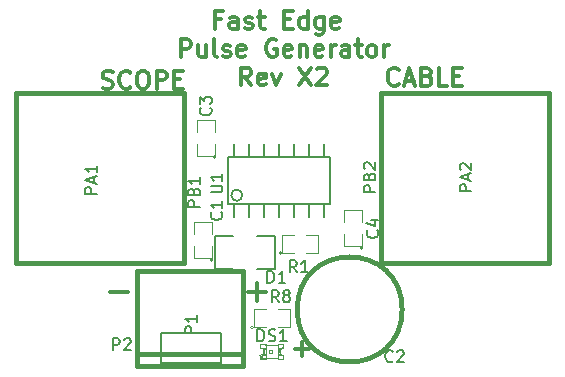
<source format=gto>
G04 (created by PCBNEW (2013-07-07 BZR 4022)-stable) date 11/2/2014 12:28:19 PM*
%MOIN*%
G04 Gerber Fmt 3.4, Leading zero omitted, Abs format*
%FSLAX34Y34*%
G01*
G70*
G90*
G04 APERTURE LIST*
%ADD10C,0.00590551*%
%ADD11C,0.011811*%
%ADD12C,0.0039*%
%ADD13C,0.015*%
%ADD14C,0.005*%
%ADD15C,0.0026*%
%ADD16C,0.004*%
%ADD17C,0.002*%
%ADD18C,0.006*%
%ADD19C,0.012*%
G04 APERTURE END LIST*
G54D10*
G54D11*
X12728Y-2782D02*
X12700Y-2810D01*
X12615Y-2839D01*
X12559Y-2839D01*
X12475Y-2810D01*
X12418Y-2754D01*
X12390Y-2698D01*
X12362Y-2585D01*
X12362Y-2501D01*
X12390Y-2389D01*
X12418Y-2332D01*
X12475Y-2276D01*
X12559Y-2248D01*
X12615Y-2248D01*
X12700Y-2276D01*
X12728Y-2304D01*
X12953Y-2670D02*
X13234Y-2670D01*
X12896Y-2839D02*
X13093Y-2248D01*
X13290Y-2839D01*
X13684Y-2529D02*
X13768Y-2557D01*
X13796Y-2585D01*
X13824Y-2642D01*
X13824Y-2726D01*
X13796Y-2782D01*
X13768Y-2810D01*
X13712Y-2839D01*
X13487Y-2839D01*
X13487Y-2248D01*
X13684Y-2248D01*
X13740Y-2276D01*
X13768Y-2304D01*
X13796Y-2360D01*
X13796Y-2417D01*
X13768Y-2473D01*
X13740Y-2501D01*
X13684Y-2529D01*
X13487Y-2529D01*
X14359Y-2839D02*
X14078Y-2839D01*
X14078Y-2248D01*
X14556Y-2529D02*
X14752Y-2529D01*
X14837Y-2839D02*
X14556Y-2839D01*
X14556Y-2248D01*
X14837Y-2248D01*
X2864Y-2910D02*
X2948Y-2939D01*
X3089Y-2939D01*
X3145Y-2910D01*
X3173Y-2882D01*
X3201Y-2826D01*
X3201Y-2770D01*
X3173Y-2714D01*
X3145Y-2685D01*
X3089Y-2657D01*
X2976Y-2629D01*
X2920Y-2601D01*
X2892Y-2573D01*
X2864Y-2517D01*
X2864Y-2460D01*
X2892Y-2404D01*
X2920Y-2376D01*
X2976Y-2348D01*
X3117Y-2348D01*
X3201Y-2376D01*
X3792Y-2882D02*
X3764Y-2910D01*
X3679Y-2939D01*
X3623Y-2939D01*
X3539Y-2910D01*
X3482Y-2854D01*
X3454Y-2798D01*
X3426Y-2685D01*
X3426Y-2601D01*
X3454Y-2489D01*
X3482Y-2432D01*
X3539Y-2376D01*
X3623Y-2348D01*
X3679Y-2348D01*
X3764Y-2376D01*
X3792Y-2404D01*
X4157Y-2348D02*
X4270Y-2348D01*
X4326Y-2376D01*
X4382Y-2432D01*
X4410Y-2545D01*
X4410Y-2742D01*
X4382Y-2854D01*
X4326Y-2910D01*
X4270Y-2939D01*
X4157Y-2939D01*
X4101Y-2910D01*
X4045Y-2854D01*
X4017Y-2742D01*
X4017Y-2545D01*
X4045Y-2432D01*
X4101Y-2376D01*
X4157Y-2348D01*
X4664Y-2939D02*
X4664Y-2348D01*
X4888Y-2348D01*
X4945Y-2376D01*
X4973Y-2404D01*
X5001Y-2460D01*
X5001Y-2545D01*
X4973Y-2601D01*
X4945Y-2629D01*
X4888Y-2657D01*
X4664Y-2657D01*
X5254Y-2629D02*
X5451Y-2629D01*
X5535Y-2939D02*
X5254Y-2939D01*
X5254Y-2348D01*
X5535Y-2348D01*
X6804Y-629D02*
X6608Y-629D01*
X6608Y-939D02*
X6608Y-348D01*
X6889Y-348D01*
X7367Y-939D02*
X7367Y-629D01*
X7339Y-573D01*
X7283Y-545D01*
X7170Y-545D01*
X7114Y-573D01*
X7367Y-910D02*
X7311Y-939D01*
X7170Y-939D01*
X7114Y-910D01*
X7086Y-854D01*
X7086Y-798D01*
X7114Y-742D01*
X7170Y-714D01*
X7311Y-714D01*
X7367Y-685D01*
X7620Y-910D02*
X7676Y-939D01*
X7789Y-939D01*
X7845Y-910D01*
X7873Y-854D01*
X7873Y-826D01*
X7845Y-770D01*
X7789Y-742D01*
X7704Y-742D01*
X7648Y-714D01*
X7620Y-657D01*
X7620Y-629D01*
X7648Y-573D01*
X7704Y-545D01*
X7789Y-545D01*
X7845Y-573D01*
X8042Y-545D02*
X8267Y-545D01*
X8126Y-348D02*
X8126Y-854D01*
X8154Y-910D01*
X8211Y-939D01*
X8267Y-939D01*
X8914Y-629D02*
X9110Y-629D01*
X9195Y-939D02*
X8914Y-939D01*
X8914Y-348D01*
X9195Y-348D01*
X9701Y-939D02*
X9701Y-348D01*
X9701Y-910D02*
X9645Y-939D01*
X9532Y-939D01*
X9476Y-910D01*
X9448Y-882D01*
X9420Y-826D01*
X9420Y-657D01*
X9448Y-601D01*
X9476Y-573D01*
X9532Y-545D01*
X9645Y-545D01*
X9701Y-573D01*
X10235Y-545D02*
X10235Y-1023D01*
X10207Y-1079D01*
X10179Y-1107D01*
X10123Y-1135D01*
X10038Y-1135D01*
X9982Y-1107D01*
X10235Y-910D02*
X10179Y-939D01*
X10067Y-939D01*
X10010Y-910D01*
X9982Y-882D01*
X9954Y-826D01*
X9954Y-657D01*
X9982Y-601D01*
X10010Y-573D01*
X10067Y-545D01*
X10179Y-545D01*
X10235Y-573D01*
X10741Y-910D02*
X10685Y-939D01*
X10573Y-939D01*
X10516Y-910D01*
X10488Y-854D01*
X10488Y-629D01*
X10516Y-573D01*
X10573Y-545D01*
X10685Y-545D01*
X10741Y-573D01*
X10770Y-629D01*
X10770Y-685D01*
X10488Y-742D01*
X5469Y-1883D02*
X5469Y-1293D01*
X5694Y-1293D01*
X5750Y-1321D01*
X5778Y-1349D01*
X5806Y-1405D01*
X5806Y-1490D01*
X5778Y-1546D01*
X5750Y-1574D01*
X5694Y-1602D01*
X5469Y-1602D01*
X6312Y-1490D02*
X6312Y-1883D01*
X6059Y-1490D02*
X6059Y-1799D01*
X6087Y-1855D01*
X6144Y-1883D01*
X6228Y-1883D01*
X6284Y-1855D01*
X6312Y-1827D01*
X6678Y-1883D02*
X6622Y-1855D01*
X6594Y-1799D01*
X6594Y-1293D01*
X6875Y-1855D02*
X6931Y-1883D01*
X7043Y-1883D01*
X7100Y-1855D01*
X7128Y-1799D01*
X7128Y-1771D01*
X7100Y-1715D01*
X7043Y-1687D01*
X6959Y-1687D01*
X6903Y-1658D01*
X6875Y-1602D01*
X6875Y-1574D01*
X6903Y-1518D01*
X6959Y-1490D01*
X7043Y-1490D01*
X7100Y-1518D01*
X7606Y-1855D02*
X7550Y-1883D01*
X7437Y-1883D01*
X7381Y-1855D01*
X7353Y-1799D01*
X7353Y-1574D01*
X7381Y-1518D01*
X7437Y-1490D01*
X7550Y-1490D01*
X7606Y-1518D01*
X7634Y-1574D01*
X7634Y-1630D01*
X7353Y-1687D01*
X8646Y-1321D02*
X8590Y-1293D01*
X8506Y-1293D01*
X8421Y-1321D01*
X8365Y-1377D01*
X8337Y-1433D01*
X8309Y-1546D01*
X8309Y-1630D01*
X8337Y-1743D01*
X8365Y-1799D01*
X8421Y-1855D01*
X8506Y-1883D01*
X8562Y-1883D01*
X8646Y-1855D01*
X8675Y-1827D01*
X8675Y-1630D01*
X8562Y-1630D01*
X9153Y-1855D02*
X9096Y-1883D01*
X8984Y-1883D01*
X8928Y-1855D01*
X8900Y-1799D01*
X8900Y-1574D01*
X8928Y-1518D01*
X8984Y-1490D01*
X9096Y-1490D01*
X9153Y-1518D01*
X9181Y-1574D01*
X9181Y-1630D01*
X8900Y-1687D01*
X9434Y-1490D02*
X9434Y-1883D01*
X9434Y-1546D02*
X9462Y-1518D01*
X9518Y-1490D01*
X9603Y-1490D01*
X9659Y-1518D01*
X9687Y-1574D01*
X9687Y-1883D01*
X10193Y-1855D02*
X10137Y-1883D01*
X10024Y-1883D01*
X9968Y-1855D01*
X9940Y-1799D01*
X9940Y-1574D01*
X9968Y-1518D01*
X10024Y-1490D01*
X10137Y-1490D01*
X10193Y-1518D01*
X10221Y-1574D01*
X10221Y-1630D01*
X9940Y-1687D01*
X10474Y-1883D02*
X10474Y-1490D01*
X10474Y-1602D02*
X10502Y-1546D01*
X10531Y-1518D01*
X10587Y-1490D01*
X10643Y-1490D01*
X11093Y-1883D02*
X11093Y-1574D01*
X11065Y-1518D01*
X11009Y-1490D01*
X10896Y-1490D01*
X10840Y-1518D01*
X11093Y-1855D02*
X11037Y-1883D01*
X10896Y-1883D01*
X10840Y-1855D01*
X10812Y-1799D01*
X10812Y-1743D01*
X10840Y-1687D01*
X10896Y-1658D01*
X11037Y-1658D01*
X11093Y-1630D01*
X11290Y-1490D02*
X11515Y-1490D01*
X11374Y-1293D02*
X11374Y-1799D01*
X11402Y-1855D01*
X11459Y-1883D01*
X11515Y-1883D01*
X11796Y-1883D02*
X11740Y-1855D01*
X11712Y-1827D01*
X11684Y-1771D01*
X11684Y-1602D01*
X11712Y-1546D01*
X11740Y-1518D01*
X11796Y-1490D01*
X11880Y-1490D01*
X11937Y-1518D01*
X11965Y-1546D01*
X11993Y-1602D01*
X11993Y-1771D01*
X11965Y-1827D01*
X11937Y-1855D01*
X11880Y-1883D01*
X11796Y-1883D01*
X12246Y-1883D02*
X12246Y-1490D01*
X12246Y-1602D02*
X12274Y-1546D01*
X12302Y-1518D01*
X12358Y-1490D01*
X12415Y-1490D01*
X7817Y-2828D02*
X7620Y-2547D01*
X7479Y-2828D02*
X7479Y-2238D01*
X7704Y-2238D01*
X7761Y-2266D01*
X7789Y-2294D01*
X7817Y-2350D01*
X7817Y-2435D01*
X7789Y-2491D01*
X7761Y-2519D01*
X7704Y-2547D01*
X7479Y-2547D01*
X8295Y-2800D02*
X8239Y-2828D01*
X8126Y-2828D01*
X8070Y-2800D01*
X8042Y-2744D01*
X8042Y-2519D01*
X8070Y-2463D01*
X8126Y-2435D01*
X8239Y-2435D01*
X8295Y-2463D01*
X8323Y-2519D01*
X8323Y-2575D01*
X8042Y-2631D01*
X8520Y-2435D02*
X8660Y-2828D01*
X8801Y-2435D01*
X9420Y-2238D02*
X9813Y-2828D01*
X9813Y-2238D02*
X9420Y-2828D01*
X10010Y-2294D02*
X10038Y-2266D01*
X10095Y-2238D01*
X10235Y-2238D01*
X10292Y-2266D01*
X10320Y-2294D01*
X10348Y-2350D01*
X10348Y-2406D01*
X10320Y-2491D01*
X9982Y-2828D01*
X10348Y-2828D01*
X3095Y-9719D02*
X3704Y-9719D01*
X7695Y-9719D02*
X8304Y-9719D01*
X8000Y-10023D02*
X8000Y-9414D01*
G54D12*
X8848Y-8422D02*
G75*
G03X8848Y-8422I-50J0D01*
G74*
G01*
X9248Y-8422D02*
X8848Y-8422D01*
X8848Y-8422D02*
X8848Y-7822D01*
X8848Y-7822D02*
X9248Y-7822D01*
X9648Y-7822D02*
X10048Y-7822D01*
X10048Y-7822D02*
X10048Y-8422D01*
X10048Y-8422D02*
X9648Y-8422D01*
X6550Y-8650D02*
G75*
G03X6550Y-8650I-50J0D01*
G74*
G01*
X6500Y-8200D02*
X6500Y-8600D01*
X6500Y-8600D02*
X5900Y-8600D01*
X5900Y-8600D02*
X5900Y-8200D01*
X5900Y-7800D02*
X5900Y-7400D01*
X5900Y-7400D02*
X6500Y-7400D01*
X6500Y-7400D02*
X6500Y-7800D01*
X6649Y-5228D02*
G75*
G03X6649Y-5228I-50J0D01*
G74*
G01*
X6599Y-4778D02*
X6599Y-5178D01*
X6599Y-5178D02*
X5999Y-5178D01*
X5999Y-5178D02*
X5999Y-4778D01*
X5999Y-4378D02*
X5999Y-3978D01*
X5999Y-3978D02*
X6599Y-3978D01*
X6599Y-3978D02*
X6599Y-4378D01*
G54D13*
X12850Y-10300D02*
G75*
G03X12850Y-10300I-1750J0D01*
G74*
G01*
X7559Y-12177D02*
X7559Y-9027D01*
X4015Y-12177D02*
X4015Y-9027D01*
X7559Y-9027D02*
X4015Y-9027D01*
X7559Y-11783D02*
X4015Y-11783D01*
X7559Y-12177D02*
X4015Y-12177D01*
G54D14*
X7050Y-5220D02*
X7050Y-6780D01*
X7050Y-6780D02*
X10450Y-6780D01*
X10450Y-6780D02*
X10450Y-5220D01*
X10450Y-5220D02*
X7050Y-5220D01*
X7750Y-5220D02*
X7750Y-4790D01*
X8250Y-5220D02*
X8250Y-4790D01*
X8750Y-5220D02*
X8750Y-4790D01*
X7250Y-5220D02*
X7250Y-4790D01*
X9250Y-4790D02*
X9250Y-5220D01*
X9750Y-4790D02*
X9750Y-5220D01*
X10250Y-4790D02*
X10250Y-5220D01*
X10250Y-6780D02*
X10250Y-7210D01*
X9750Y-6780D02*
X9750Y-7210D01*
X7250Y-6780D02*
X7250Y-7210D01*
X7750Y-7210D02*
X7750Y-6780D01*
X9250Y-7210D02*
X9250Y-6780D01*
X8750Y-7210D02*
X8750Y-6780D01*
X8250Y-7210D02*
X8250Y-6780D01*
X7526Y-6490D02*
G75*
G03X7526Y-6490I-186J0D01*
G74*
G01*
G54D13*
X5558Y-8747D02*
X-32Y-8747D01*
X-30Y-8749D02*
X-30Y-3080D01*
X-32Y-3078D02*
X5558Y-3078D01*
X5565Y-8747D02*
X5565Y-3078D01*
X12158Y-3087D02*
X17749Y-3087D01*
X17747Y-3085D02*
X17747Y-8754D01*
X17749Y-8756D02*
X12158Y-8756D01*
X12151Y-3087D02*
X12151Y-8756D01*
G54D12*
X11550Y-8250D02*
G75*
G03X11550Y-8250I-50J0D01*
G74*
G01*
X11500Y-7800D02*
X11500Y-8200D01*
X11500Y-8200D02*
X10900Y-8200D01*
X10900Y-8200D02*
X10900Y-7800D01*
X10900Y-7400D02*
X10900Y-7000D01*
X10900Y-7000D02*
X11500Y-7000D01*
X11500Y-7000D02*
X11500Y-7400D01*
G54D14*
X6720Y-9000D02*
G75*
G03X6720Y-9000I-70J0D01*
G74*
G01*
X7200Y-7850D02*
X6600Y-7850D01*
X6600Y-7850D02*
X6600Y-8950D01*
X6600Y-8950D02*
X7200Y-8950D01*
X8000Y-8950D02*
X8600Y-8950D01*
X8600Y-8950D02*
X8600Y-7850D01*
X8600Y-7850D02*
X8000Y-7850D01*
G54D12*
X7900Y-10900D02*
G75*
G03X7900Y-10900I-50J0D01*
G74*
G01*
X8300Y-10900D02*
X7900Y-10900D01*
X7900Y-10900D02*
X7900Y-10300D01*
X7900Y-10300D02*
X8300Y-10300D01*
X8700Y-10300D02*
X9100Y-10300D01*
X9100Y-10300D02*
X9100Y-10900D01*
X9100Y-10900D02*
X8700Y-10900D01*
G54D15*
X8304Y-11582D02*
X8304Y-11454D01*
X8304Y-11454D02*
X8107Y-11454D01*
X8107Y-11582D02*
X8107Y-11454D01*
X8304Y-11582D02*
X8107Y-11582D01*
X8304Y-11827D02*
X8304Y-11768D01*
X8304Y-11768D02*
X8205Y-11768D01*
X8205Y-11827D02*
X8205Y-11768D01*
X8304Y-11827D02*
X8205Y-11827D01*
X8304Y-11632D02*
X8304Y-11573D01*
X8304Y-11573D02*
X8205Y-11573D01*
X8205Y-11632D02*
X8205Y-11573D01*
X8304Y-11632D02*
X8205Y-11632D01*
X8304Y-11778D02*
X8304Y-11622D01*
X8304Y-11622D02*
X8235Y-11622D01*
X8235Y-11778D02*
X8235Y-11622D01*
X8304Y-11778D02*
X8235Y-11778D01*
X8893Y-11582D02*
X8893Y-11454D01*
X8893Y-11454D02*
X8696Y-11454D01*
X8696Y-11582D02*
X8696Y-11454D01*
X8893Y-11582D02*
X8696Y-11582D01*
X8893Y-11946D02*
X8893Y-11818D01*
X8893Y-11818D02*
X8696Y-11818D01*
X8696Y-11946D02*
X8696Y-11818D01*
X8893Y-11946D02*
X8696Y-11946D01*
X8795Y-11632D02*
X8795Y-11573D01*
X8795Y-11573D02*
X8696Y-11573D01*
X8696Y-11632D02*
X8696Y-11573D01*
X8795Y-11632D02*
X8696Y-11632D01*
X8795Y-11827D02*
X8795Y-11768D01*
X8795Y-11768D02*
X8696Y-11768D01*
X8696Y-11827D02*
X8696Y-11768D01*
X8795Y-11827D02*
X8696Y-11827D01*
X8765Y-11778D02*
X8765Y-11622D01*
X8765Y-11622D02*
X8696Y-11622D01*
X8696Y-11778D02*
X8696Y-11622D01*
X8765Y-11778D02*
X8696Y-11778D01*
X8500Y-11739D02*
X8500Y-11661D01*
X8500Y-11661D02*
X8422Y-11661D01*
X8422Y-11739D02*
X8422Y-11661D01*
X8500Y-11739D02*
X8422Y-11739D01*
X8304Y-11936D02*
X8304Y-11818D01*
X8304Y-11818D02*
X8186Y-11818D01*
X8186Y-11936D02*
X8186Y-11818D01*
X8304Y-11936D02*
X8186Y-11936D01*
X8136Y-11946D02*
X8136Y-11857D01*
X8136Y-11857D02*
X8107Y-11857D01*
X8107Y-11946D02*
X8107Y-11857D01*
X8136Y-11946D02*
X8107Y-11946D01*
G54D16*
X8294Y-11474D02*
X8706Y-11474D01*
X8696Y-11926D02*
X8136Y-11926D01*
G54D17*
X8194Y-11877D02*
G75*
G03X8194Y-11877I-28J0D01*
G74*
G01*
G54D16*
X8107Y-11837D02*
G75*
G03X8107Y-11563I0J137D01*
G74*
G01*
X8893Y-11563D02*
G75*
G03X8893Y-11837I0J-137D01*
G74*
G01*
G54D18*
X6800Y-11100D02*
X6800Y-12100D01*
X6800Y-12100D02*
X4800Y-12100D01*
X4800Y-12100D02*
X4800Y-11100D01*
X4800Y-11100D02*
X6800Y-11100D01*
G54D10*
X9334Y-9059D02*
X9203Y-8871D01*
X9109Y-9059D02*
X9109Y-8665D01*
X9259Y-8665D01*
X9296Y-8684D01*
X9315Y-8703D01*
X9334Y-8740D01*
X9334Y-8796D01*
X9315Y-8834D01*
X9296Y-8853D01*
X9259Y-8871D01*
X9109Y-8871D01*
X9709Y-9059D02*
X9484Y-9059D01*
X9596Y-9059D02*
X9596Y-8665D01*
X9559Y-8721D01*
X9521Y-8759D01*
X9484Y-8778D01*
X6821Y-7065D02*
X6840Y-7084D01*
X6859Y-7140D01*
X6859Y-7178D01*
X6840Y-7234D01*
X6803Y-7271D01*
X6765Y-7290D01*
X6690Y-7309D01*
X6634Y-7309D01*
X6559Y-7290D01*
X6521Y-7271D01*
X6484Y-7234D01*
X6465Y-7178D01*
X6465Y-7140D01*
X6484Y-7084D01*
X6503Y-7065D01*
X6859Y-6690D02*
X6859Y-6915D01*
X6859Y-6803D02*
X6465Y-6803D01*
X6521Y-6840D01*
X6559Y-6878D01*
X6578Y-6915D01*
X6459Y-3581D02*
X6478Y-3600D01*
X6497Y-3656D01*
X6497Y-3693D01*
X6478Y-3750D01*
X6440Y-3787D01*
X6403Y-3806D01*
X6328Y-3825D01*
X6272Y-3825D01*
X6197Y-3806D01*
X6159Y-3787D01*
X6122Y-3750D01*
X6103Y-3693D01*
X6103Y-3656D01*
X6122Y-3600D01*
X6140Y-3581D01*
X6103Y-3450D02*
X6103Y-3206D01*
X6253Y-3337D01*
X6253Y-3281D01*
X6272Y-3243D01*
X6290Y-3225D01*
X6328Y-3206D01*
X6422Y-3206D01*
X6459Y-3225D01*
X6478Y-3243D01*
X6497Y-3281D01*
X6497Y-3393D01*
X6478Y-3431D01*
X6459Y-3450D01*
X12534Y-12021D02*
X12515Y-12040D01*
X12459Y-12059D01*
X12421Y-12059D01*
X12365Y-12040D01*
X12328Y-12003D01*
X12309Y-11965D01*
X12290Y-11890D01*
X12290Y-11834D01*
X12309Y-11759D01*
X12328Y-11721D01*
X12365Y-11684D01*
X12421Y-11665D01*
X12459Y-11665D01*
X12515Y-11684D01*
X12534Y-11703D01*
X12684Y-11703D02*
X12703Y-11684D01*
X12740Y-11665D01*
X12834Y-11665D01*
X12871Y-11684D01*
X12890Y-11703D01*
X12909Y-11740D01*
X12909Y-11778D01*
X12890Y-11834D01*
X12665Y-12059D01*
X12909Y-12059D01*
G54D19*
X9271Y-11614D02*
X9728Y-11614D01*
X9500Y-11842D02*
X9500Y-11385D01*
G54D10*
X3209Y-11659D02*
X3209Y-11265D01*
X3359Y-11265D01*
X3396Y-11284D01*
X3415Y-11303D01*
X3434Y-11340D01*
X3434Y-11396D01*
X3415Y-11434D01*
X3396Y-11453D01*
X3359Y-11471D01*
X3209Y-11471D01*
X3584Y-11303D02*
X3603Y-11284D01*
X3640Y-11265D01*
X3734Y-11265D01*
X3771Y-11284D01*
X3790Y-11303D01*
X3809Y-11340D01*
X3809Y-11378D01*
X3790Y-11434D01*
X3565Y-11659D01*
X3809Y-11659D01*
X6465Y-6399D02*
X6784Y-6399D01*
X6821Y-6381D01*
X6840Y-6362D01*
X6859Y-6324D01*
X6859Y-6249D01*
X6840Y-6212D01*
X6821Y-6193D01*
X6784Y-6174D01*
X6465Y-6174D01*
X6859Y-5781D02*
X6859Y-6006D01*
X6859Y-5893D02*
X6465Y-5893D01*
X6521Y-5931D01*
X6559Y-5968D01*
X6578Y-6006D01*
X2678Y-6441D02*
X2284Y-6441D01*
X2284Y-6292D01*
X2303Y-6254D01*
X2322Y-6235D01*
X2359Y-6217D01*
X2415Y-6217D01*
X2453Y-6235D01*
X2472Y-6254D01*
X2490Y-6292D01*
X2490Y-6441D01*
X2565Y-6067D02*
X2565Y-5879D01*
X2678Y-6104D02*
X2284Y-5973D01*
X2678Y-5842D01*
X2678Y-5504D02*
X2678Y-5729D01*
X2678Y-5617D02*
X2284Y-5617D01*
X2340Y-5654D01*
X2378Y-5692D01*
X2397Y-5729D01*
X6109Y-6887D02*
X5715Y-6887D01*
X5715Y-6737D01*
X5734Y-6699D01*
X5753Y-6681D01*
X5790Y-6662D01*
X5846Y-6662D01*
X5884Y-6681D01*
X5903Y-6699D01*
X5921Y-6737D01*
X5921Y-6887D01*
X5903Y-6362D02*
X5921Y-6306D01*
X5940Y-6287D01*
X5978Y-6268D01*
X6034Y-6268D01*
X6071Y-6287D01*
X6090Y-6306D01*
X6109Y-6343D01*
X6109Y-6493D01*
X5715Y-6493D01*
X5715Y-6362D01*
X5734Y-6325D01*
X5753Y-6306D01*
X5790Y-6287D01*
X5828Y-6287D01*
X5865Y-6306D01*
X5884Y-6325D01*
X5903Y-6362D01*
X5903Y-6493D01*
X6109Y-5893D02*
X6109Y-6118D01*
X6109Y-6006D02*
X5715Y-6006D01*
X5771Y-6043D01*
X5809Y-6081D01*
X5828Y-6118D01*
X15159Y-6359D02*
X14765Y-6359D01*
X14765Y-6209D01*
X14784Y-6171D01*
X14803Y-6153D01*
X14840Y-6134D01*
X14896Y-6134D01*
X14934Y-6153D01*
X14953Y-6171D01*
X14971Y-6209D01*
X14971Y-6359D01*
X15046Y-5984D02*
X15046Y-5796D01*
X15159Y-6021D02*
X14765Y-5890D01*
X15159Y-5759D01*
X14803Y-5646D02*
X14784Y-5628D01*
X14765Y-5590D01*
X14765Y-5496D01*
X14784Y-5459D01*
X14803Y-5440D01*
X14840Y-5421D01*
X14878Y-5421D01*
X14934Y-5440D01*
X15159Y-5665D01*
X15159Y-5421D01*
X11959Y-6387D02*
X11565Y-6387D01*
X11565Y-6237D01*
X11584Y-6199D01*
X11603Y-6181D01*
X11640Y-6162D01*
X11696Y-6162D01*
X11734Y-6181D01*
X11753Y-6199D01*
X11771Y-6237D01*
X11771Y-6387D01*
X11753Y-5862D02*
X11771Y-5806D01*
X11790Y-5787D01*
X11828Y-5768D01*
X11884Y-5768D01*
X11921Y-5787D01*
X11940Y-5806D01*
X11959Y-5843D01*
X11959Y-5993D01*
X11565Y-5993D01*
X11565Y-5862D01*
X11584Y-5825D01*
X11603Y-5806D01*
X11640Y-5787D01*
X11678Y-5787D01*
X11715Y-5806D01*
X11734Y-5825D01*
X11753Y-5862D01*
X11753Y-5993D01*
X11603Y-5618D02*
X11584Y-5600D01*
X11565Y-5562D01*
X11565Y-5468D01*
X11584Y-5431D01*
X11603Y-5412D01*
X11640Y-5393D01*
X11678Y-5393D01*
X11734Y-5412D01*
X11959Y-5637D01*
X11959Y-5393D01*
X12021Y-7665D02*
X12040Y-7684D01*
X12059Y-7740D01*
X12059Y-7778D01*
X12040Y-7834D01*
X12003Y-7871D01*
X11965Y-7890D01*
X11890Y-7909D01*
X11834Y-7909D01*
X11759Y-7890D01*
X11721Y-7871D01*
X11684Y-7834D01*
X11665Y-7778D01*
X11665Y-7740D01*
X11684Y-7684D01*
X11703Y-7665D01*
X11796Y-7328D02*
X12059Y-7328D01*
X11646Y-7421D02*
X11928Y-7515D01*
X11928Y-7271D01*
X8359Y-9409D02*
X8359Y-9015D01*
X8453Y-9015D01*
X8509Y-9034D01*
X8546Y-9071D01*
X8565Y-9109D01*
X8584Y-9184D01*
X8584Y-9240D01*
X8565Y-9315D01*
X8546Y-9353D01*
X8509Y-9390D01*
X8453Y-9409D01*
X8359Y-9409D01*
X8959Y-9409D02*
X8734Y-9409D01*
X8846Y-9409D02*
X8846Y-9015D01*
X8809Y-9071D01*
X8771Y-9109D01*
X8734Y-9128D01*
X8734Y-10059D02*
X8603Y-9871D01*
X8509Y-10059D02*
X8509Y-9665D01*
X8659Y-9665D01*
X8696Y-9684D01*
X8715Y-9703D01*
X8734Y-9740D01*
X8734Y-9796D01*
X8715Y-9834D01*
X8696Y-9853D01*
X8659Y-9871D01*
X8509Y-9871D01*
X8959Y-9834D02*
X8921Y-9815D01*
X8903Y-9796D01*
X8884Y-9759D01*
X8884Y-9740D01*
X8903Y-9703D01*
X8921Y-9684D01*
X8959Y-9665D01*
X9034Y-9665D01*
X9071Y-9684D01*
X9090Y-9703D01*
X9109Y-9740D01*
X9109Y-9759D01*
X9090Y-9796D01*
X9071Y-9815D01*
X9034Y-9834D01*
X8959Y-9834D01*
X8921Y-9853D01*
X8903Y-9871D01*
X8884Y-9909D01*
X8884Y-9984D01*
X8903Y-10021D01*
X8921Y-10040D01*
X8959Y-10059D01*
X9034Y-10059D01*
X9071Y-10040D01*
X9090Y-10021D01*
X9109Y-9984D01*
X9109Y-9909D01*
X9090Y-9871D01*
X9071Y-9853D01*
X9034Y-9834D01*
X8021Y-11359D02*
X8021Y-10965D01*
X8115Y-10965D01*
X8171Y-10984D01*
X8209Y-11021D01*
X8228Y-11059D01*
X8246Y-11134D01*
X8246Y-11190D01*
X8228Y-11265D01*
X8209Y-11303D01*
X8171Y-11340D01*
X8115Y-11359D01*
X8021Y-11359D01*
X8396Y-11340D02*
X8453Y-11359D01*
X8546Y-11359D01*
X8584Y-11340D01*
X8603Y-11321D01*
X8621Y-11284D01*
X8621Y-11246D01*
X8603Y-11209D01*
X8584Y-11190D01*
X8546Y-11171D01*
X8471Y-11153D01*
X8434Y-11134D01*
X8415Y-11115D01*
X8396Y-11078D01*
X8396Y-11040D01*
X8415Y-11003D01*
X8434Y-10984D01*
X8471Y-10965D01*
X8565Y-10965D01*
X8621Y-10984D01*
X8996Y-11359D02*
X8771Y-11359D01*
X8884Y-11359D02*
X8884Y-10965D01*
X8846Y-11021D01*
X8809Y-11059D01*
X8771Y-11078D01*
X6009Y-11090D02*
X5615Y-11090D01*
X5615Y-10940D01*
X5634Y-10903D01*
X5653Y-10884D01*
X5690Y-10865D01*
X5746Y-10865D01*
X5784Y-10884D01*
X5803Y-10903D01*
X5821Y-10940D01*
X5821Y-11090D01*
X6009Y-10490D02*
X6009Y-10715D01*
X6009Y-10603D02*
X5615Y-10603D01*
X5671Y-10640D01*
X5709Y-10678D01*
X5728Y-10715D01*
M02*

</source>
